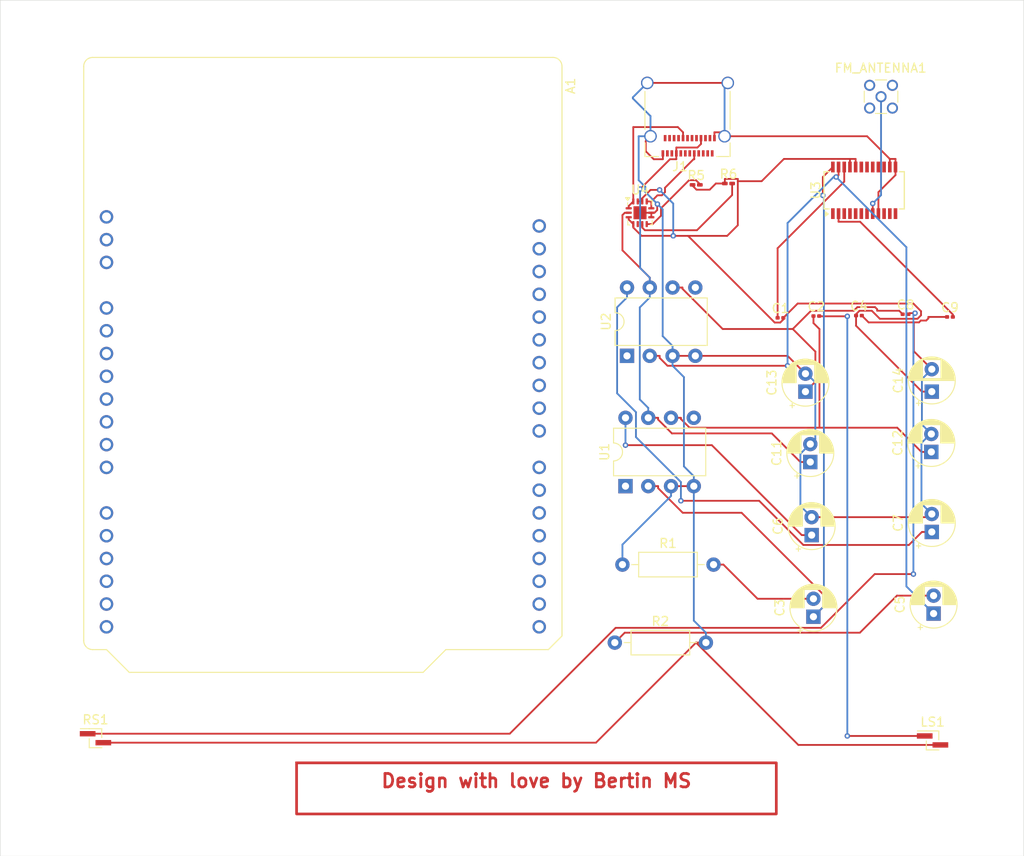
<source format=kicad_pcb>
(kicad_pcb (version 20240108) (generator "pcbnew") (generator_version "8.0")
  (layers (0 "F.Cu" signal) (31 "B.Cu" signal) (34 "B.Paste" user) (35 "F.Paste" user) (36 "B.SilkS" user "B.Silkscreen") (37 "F.SilkS" user "F.Silkscreen") (38 "B.Mask" user) (39 "F.Mask" user) (44 "Edge.Cuts" user))
  (net 0 "")
  (net 1 "Net-(U3-RCLK)")
  (net 2 "Net-(U3-SCLK)")
  (net 3 "Net-(U3-~{RST})")
  (net 4 "GND")
  (net 5 "DOUT")
  (net 6 "Net-(U3-GPO2{slash}[~{INT}])")
  (net 7 "Net-(U3-GPO3{slash}[DCLK])")
  (net 8 "+3.3V")
  (net 9 "INT_N")
  (net 10 "Net-(U3-GPO1)")
  (net 11 "Net-(U3-~{SEN})")
  (net 12 "Net-(U3-SDIO)")
  (net 13 "Net-(C1-+)")
  (net 14 "Net-(C2--)")
  (net 15 "Net-(C2-+)")
  (net 16 "Net-(C3-Pad2)")
  (net 17 "LOUT{slash}24")
  (net 18 "ROUT{slash}23")
  (net 19 "Net-(C5-Pad2)")
  (net 20 "Net-(U1-BYPASS)")
  (net 21 "Net-(U2-BYPASS)")
  (net 22 "Net-(R6--)")
  (net 23 "DFS{slash}2")
  (net 24 "Net-(R5--)")
  (net 25 "+12V")
  (net 26 "Net-(J1-CC2)")
  (net 27 "Net-(J1-CC1)")
  (net 37 "Net-(C8--)")
  (net 38 "Net-(C8-+)")
  (net 39 "Net-(FM_ANTENNA1-A)")
  (footprint "Resistor_SMD:R_0201_0603Metric_Pad0.64x0.40mm_HandSolder" (layer "F.Cu") (at 155.1175 72.99)
    (property "Reference" "R6")
    (property "Value" "5K")
  )
  (footprint "Capacitor_THT:CP_Radial_D5.0mm_P2.00mm" (layer "F.Cu") (at 177.74 102.9258 90)
    (property "Reference" "C12")
    (property "Value" "5uF_50V")
  )
  (footprint "DigiKey_ABX00087:ARDUINO UNO R4 WIFI_ABX00087" (layer "F.Cu") (at 109.88 93.22 -90)
    (property "Reference" "A1")
    (property "Value" "Arduino_Uno_R4_WiFi_Shield")
  )
  (footprint "Capacitor_SMD:C_0201_0603Metric" (layer "F.Cu") (at 160.915 87.97)
    (property "Reference" "C1")
    (property "Value" "22nF")
  )
  (footprint "Capacitor_SMD:C_0201_0603Metric" (layer "F.Cu") (at 169.665 87.72)
    (property "Reference" "C4")
    (property "Value" "100nF")
  )
  (footprint "Package_DIP:DIP-8_W7.62mm" (layer "F.Cu") (at 143.8 92.21 90)
    (property "Reference" "U2")
    (property "Value" "LM380N-8")
  )
  (footprint "Capacitor_THT:CP_Radial_D5.0mm_P2.50mm" (layer "F.Cu") (at 177.79 96.2002 90)
    (property "Reference" "C14")
    (property "Value" "10µ")
  )
  (footprint "Capacitor_THT:CP_Radial_D5.0mm_P2.00mm" (layer "F.Cu") (at 177.99 120.9502 90)
    (property "Reference" "C5")
    (property "Value" "5uF_50V")
  )
  (footprint "Package_DFN_QFN:WQFN-14-1EP_2.5x2.5mm_P0.5mm_EP1.45x1.45mm" (layer "F.Cu") (at 145.25 76.2525)
    (property "Reference" "U4")
    (property "Value" "FUSB302B01MPX")
  )
  (footprint "Capacitor_SMD:C_0201_0603Metric" (layer "F.Cu") (at 164.915 87.77)
    (property "Reference" "C2")
    (property "Value" "500µ")
  )
  (footprint "Connector_Coaxial:MMCX_Molex_73415-1471_Vertical" (layer "F.Cu") (at 172.13 63.31)
    (property "Reference" "FM_ANTENNA1")
    (property "Value" "Antenna")
  )
  (footprint "Package_SO:SSOP-24_3.9x8.7mm_P0.635mm" (layer "F.Cu") (at 170.25 73.75 90)
    (property "Reference" "U3")
    (property "Value" "Si4731-D60-GU")
  )
  (footprint "Connector_USB:USB_C_Receptacle_Amphenol_12401610E4-2A_CircularHoles" (layer "F.Cu") (at 150.55 64.61 180)
    (property "Reference" "J1")
    (property "Value" "USB_C_Receptacle_PowerOnly_6P")
  )
  (footprint "Capacitor_SMD:C_0201_0603Metric" (layer "F.Cu") (at 174.865 87.57)
    (property "Reference" "C8")
    (property "Value" "500µ")
  )
  (footprint "Capacitor_THT:CP_Radial_D5.0mm_P2.00mm" (layer "F.Cu") (at 164.39 112.2002 90)
    (property "Reference" "C6")
    (property "Value" "500uF_50V")
  )
  (footprint "Connector_PinHeader_1.00mm:PinHeader_1x02_P1.00mm_Vertical_SMD_Pin1Left" (layer "F.Cu") (at 84.525 134.85)
    (property "Reference" "RS1")
    (property "Value" "Speaker")
  )
  (footprint "Resistor_THT:R_Axial_DIN0207_L6.3mm_D2.5mm_P10.16mm_Horizontal" (layer "F.Cu") (at 143.29 115.49)
    (property "Reference" "R1")
    (property "Value" "10k")
  )
  (footprint "Resistor_SMD:R_0201_0603Metric_Pad0.64x0.40mm_HandSolder" (layer "F.Cu") (at 151.5175 73.14)
    (property "Reference" "R5")
    (property "Value" "5K")
  )
  (footprint "Package_DIP:DIP-8_W7.62mm" (layer "F.Cu") (at 143.63 106.74 90)
    (property "Reference" "U1")
    (property "Value" "LM380N-8")
  )
  (footprint "Resistor_THT:R_Axial_DIN0207_L6.3mm_D2.5mm_P10.16mm_Horizontal" (layer "F.Cu") (at 142.44 124.19)
    (property "Reference" "R2")
    (property "Value" "10k")
  )
  (footprint "Capacitor_THT:CP_Radial_D5.0mm_P2.00mm" (layer "F.Cu") (at 164.24 104.0502 90)
    (property "Reference" "C11")
    (property "Value" "500uF_50V")
  )
  (footprint "Capacitor_THT:CP_Radial_D5.0mm_P2.00mm" (layer "F.Cu") (at 177.79 111.8502 90)
    (property "Reference" "C7")
    (property "Value" "500uF_50V")
  )
  (footprint "Connector_PinHeader_1.00mm:PinHeader_1x02_P1.00mm_Vertical_SMD_Pin1Left" (layer "F.Cu") (at 177.875 135.1)
    (property "Reference" "LS1")
    (property "Value" "Speaker")
  )
  (footprint "Capacitor_THT:CP_Radial_D5.0mm_P2.00mm" (layer "F.Cu") (at 164.59 121.3002 90)
    (property "Reference" "C3")
    (property "Value" "5uF_50V")
  )
  (footprint "Capacitor_THT:CP_Radial_D5.0mm_P2.00mm" (layer "F.Cu") (at 163.7 96.2 90)
    (property "Reference" "C13")
    (property "Value" "5uF_50V")
  )
  (footprint "Capacitor_SMD:C_0201_0603Metric" (layer "F.Cu") (at 179.815 87.87)
    (property "Reference" "C9")
    (property "Value" "4.5pF")
  )
  (gr_rect (start 73.9 52.55) (end 188.05 148) (stroke (width 0.05)) (fill none) (layer "Edge.Cuts"))
  (gr_text_box "Design with love by Bertin MS\n" (start 106.95 137.6) (end 160.45 143.3) (layer "F.Cu") (effects (font (size 1.5 1.5) (thickness 0.3) (bold yes)) (justify top)) (border yes) (stroke (width 0.3)))
  (segment (start 162.9083 135.6) (end 151.4983 124.19) (width 0.2) (layer "F.Cu") (net 4))
  (segment (start 177.4044 87.87) (end 179.495 87.87) (width 0.2) (layer "F.Cu") (net 4))
  (segment (start 153.55 67.2798) (end 153.55 67.2783) (width 0.2) (layer "F.Cu") (net 4))
  (segment (start 173.7425 71.15) (end 173.7425 72.0517) (width 0.2) (layer "F.Cu") (net 4))
  (segment (start 140.3383 135.35) (end 151.4983 124.19) (width 0.2) (layer "F.Cu") (net 4))
  (segment (start 173.1075 70.2498) (end 173.1075 70.2483) (width 0.2) (layer "F.Cu") (net 4))
  (segment (start 145.25 76.2525) (end 146.5125 76.2525) (width 0.2) (layer "F.Cu") (net 4))
  (segment (start 148.88 92.21) (end 151.42 92.21) (width 0.2) (layer "F.Cu") (net 4))
  (segment (start 153.55 67.3791) (end 153.55 67.2798) (width 0.2) (layer "F.Cu") (net 4))
  (segment (start 170.7436 88.4786) (end 175.7922 88.4786) (width 0.2) (layer "F.Cu") (net 4))
  (segment (start 176.3626 88.4762) (end 176.5671 88.2717) (width 0.2) (layer "F.Cu") (net 4))
  (segment (start 145.8888 69.3908) (end 145.8888 68.2512) (width 0.2) (layer "F.Cu") (net 4))
  (segment (start 176.5671 88.2717) (end 177.169 88.2717) (width 0.2) (layer "F.Cu") (net 4))
  (segment (start 171.8375 73.9567) (end 171.8375 76.35) (width 0.2) (layer "F.Cu") (net 4))
  (segment (start 146.5125 76.2525) (end 146.8655 76.2525) (width 0.2) (layer "F.Cu") (net 4))
  (segment (start 173.7425 72.0517) (end 171.8375 73.9567) (width 0.2) (layer "F.Cu") (net 4))
  (segment (start 173.1075 70.2483) (end 173.7425 70.2483) (width 0.2) (layer "F.Cu") (net 4))
  (segment (start 178.75 135.6) (end 162.9083 135.6) (width 0.2) (layer "F.Cu") (net 4))
  (segment (start 151.42 92.21) (end 161.71 92.21) (width 0.2) (layer "F.Cu") (net 4))
  (segment (start 146.06 61.77) (end 155.04 61.77) (width 0.2) (layer "F.Cu") (net 4))
  (segment (start 175.7922 88.4786) (end 175.7946 88.4762) (width 0.2) (layer "F.Cu") (net 4))
  (segment (start 147.1696 75.3085) (end 147.1933 75.2848) (width 0.2) (layer "F.Cu") (net 4))
  (segment (start 173.1075 70.2498) (end 170.5777 67.72) (width 0.2) (layer "F.Cu") (net 4))
  (segment (start 153.55 67.93) (end 153.55 67.3791) (width 0.2) (layer "F.Cu") (net 4))
  (segment (start 147.1696 75.9484) (end 147.1696 75.3085) (width 0.2) (layer "F.Cu") (net 4))
  (segment (start 175.7922 88.4786) (end 175.7922 91.7024) (width 0.2) (layer "F.Cu") (net 4))
  (segment (start 85.4 135.35) (end 140.3383 135.35) (width 0.2) (layer "F.Cu") (net 4))
  (segment (start 177.169 88.2717) (end 177.4044 88.0363) (width 0.2) (layer "F.Cu") (net 4))
  (segment (start 146.5125 76.2525) (end 146.5125 76.7525) (width 0.2) (layer "F.Cu") (net 4))
  (segment (start 177.44 110.2002) (end 177.79 109.8502) (width 0.2) (layer "F.Cu") (net 4))
  (segment (start 175.7946 88.4762) (end 176.3626 88.4762) (width 0.2) (layer "F.Cu") (net 4))
  (segment (start 152.6 124.19) (end 151.4983 124.19) (width 0.2) (layer "F.Cu") (net 4))
  (segment (start 147.8 70.2817) (end 146.7797 70.2817) (width 0.2) (layer "F.Cu") (net 4))
  (segment (start 169.985 87.72) (end 170.7436 88.4786) (width 0.2) (layer "F.Cu") (net 4))
  (segment (start 145.8888 68.2512) (end 146.42 67.72) (width 0.2) (layer "F.Cu") (net 4))
  (segment (start 173.1075 71.15) (end 173.1075 70.3491) (width 0.2) (layer "F.Cu") (net 4))
  (segment (start 146.8655 76.2525) (end 147.1696 75.9484) (width 0.2) (layer "F.Cu") (net 4))
  (segment (start 170.5777 67.72) (end 154.68 67.72) (width 0.2) (layer "F.Cu") (net 4))
  (segment (start 164.39 110.2002) (end 177.44 110.2002) (width 0.2) (layer "F.Cu") (net 4))
  (segment (start 173.1075 70.3491) (end 173.1075 70.2498) (width 0.2) (layer "F.Cu") (net 4))
  (segment (start 146.7797 70.2817) (end 145.8888 69.3908) (width 0.2) (layer "F.Cu") (net 4))
  (segment (start 175.7922 91.7024) (end 177.79 93.7002) (width 0.2) (layer "F.Cu") (net 4))
  (segment (start 153.55 67.2783) (end 154.2383 67.2783) (width 0.2) (layer "F.Cu") (net 4))
  (segment (start 177.4044 88.0363) (end 177.4044 87.87) (width 0.2) (layer "F.Cu") (net 4))
  (segment (start 161.71 92.21) (end 163.7 94.2) (width 0.2) (layer "F.Cu") (net 4))
  (segment (start 151.25 106.74) (end 148.71 106.74) (width 0.2) (layer "F.Cu") (net 4))
  (segment (start 147.8 69.63) (end 147.8 70.2817) (width 0.2) (layer "F.Cu") (net 4))
  (segment (start 173.7425 70.6991) (end 173.7425 70.2483) (width 0.2) (layer "F.Cu") (net 4))
  (segment (start 173.7425 70.6991) (end 173.7425 71.15) (width 0.2) (layer "F.Cu") (net 4))
  (segment (start 154.2383 67.2783) (end 154.68 67.72) (width 0.2) (layer "F.Cu") (net 4))
  (via (at 147.1933 75.2848) (size 0.6) (drill 0.3) (layers "F.Cu" "B.Cu") (net 4))
  (segment (start 151.25 121.7383) (end 151.25 106.74) (width 0.2) (layer "B.Cu") (net 4))
  (segment (start 147.1933 75.2848) (end 145.800322 73.891822) (width 0.2) (layer "B.Cu") (net 4))
  (segment (start 145.800322 73.891822) (end 145.8436 73.848544) (width 0.2) (layer "B.Cu") (net 4))
  (segment (start 163.1383 103.1252) (end 163.1383 108.9485) (width 0.2) (layer "B.Cu") (net 4))
  (segment (start 155.04 61.77) (end 154.68 62.13) (width 0.2) (layer "B.Cu") (net 4))
  (segment (start 151.25 106.74) (end 151.25 105.6383) (width 0.2) (layer "B.Cu") (net 4))
  (segment (start 177.79 109.8502) (end 176.6383 108.6985) (width 0.2) (layer "B.Cu") (net 4))
  (segment (start 164.2133 102.0502) (end 163.1383 103.1252) (width 0.2) (layer "B.Cu") (net 4))
  (segment (start 176.6383 101.9212) (end 177.6869 100.8726) (width 0.2) (layer "B.Cu") (net 4))
  (segment (start 151.25 105.6383) (end 150.1483 104.5366) (width 0.2) (layer "B.Cu") (net 4))
  (segment (start 147.7783 90.0066) (end 147.7783 75.8698) (width 0.2) (layer "B.Cu") (net 4))
  (segment (start 147.7783 75.8698) (end 147.1933 75.2848) (width 0.2) (layer "B.Cu") (net 4))
  (segment (start 146.42 67.72) (end 146.42 65.47) (width 0.2) (layer "B.Cu") (net 4))
  (segment (start 150.1483 94.58) (end 148.88 93.3117) (width 0.2) (layer "B.Cu") (net 4))
  (segment (start 164.8017 95.1642) (end 164.8017 101.4885) (width 0.2) (layer "B.Cu") (net 4))
  (segment (start 144.45 63.5) (end 144.45 63.38) (width 0.2) (layer "B.Cu") (net 4))
  (segment (start 145.8436 73.368056) (end 145.1 72.624456) (width 0.2) (layer "B.Cu") (net 4))
  (segment (start 145.1 72.624456) (end 145.1 67.72) (width 0.2) (layer "B.Cu") (net 4))
  (segment (start 154.68 62.13) (end 154.68 67.72) (width 0.2) (layer "B.Cu") (net 4))
  (segment (start 143.29 115.49) (end 143.29 113.2617) (width 0.2) (layer "B.Cu") (net 4))
  (segment (start 145.8436 73.848544) (end 145.8436 73.368056) (width 0.2) (layer "B.Cu") (net 4))
  (segment (start 163.7 94.2) (end 163.8375 94.2) (width 0.2) (layer "B.Cu") (net 4))
  (segment (start 163.1383 108.9485) (end 164.39 110.2002) (width 0.2) (layer "B.Cu") (net 4))
  (segment (start 164.24 102.0502) (end 164.2133 102.0502) (width 0.2) (layer "B.Cu") (net 4))
  (segment (start 177.79 93.7002) (end 176.6883 94.8019) (width 0.2) (layer "B.Cu") (net 4))
  (segment (start 164.8017 101.4885) (end 164.24 102.0502) (width 0.2) (layer "B.Cu") (net 4))
  (segment (start 176.6383 108.6985) (end 176.6383 101.9212) (width 0.2) (layer "B.Cu") (net 4))
  (segment (start 145.1 67.72) (end 146.42 67.72) (width 0.2) (layer "B.Cu") (net 4))
  (segment (start 150.1483 104.5366) (end 150.1483 94.58) (width 0.2) (layer "B.Cu") (net 4))
  (segment (start 152.6 124.19) (end 152.6 123.0883) (width 0.2) (layer "B.Cu") (net 4))
  (segment (start 152.6 123.0883) (end 151.25 121.7383) (width 0.2) (layer "B.Cu") (net 4))
  (segment (start 148.88 91.1083) (end 147.7783 90.0066) (width 0.2) (layer "B.Cu") (net 4))
  (segment (start 148.88 92.7608) (end 148.88 93.3117) (width 0.2) (layer "B.Cu") (net 4))
  (segment (start 177.6869 100.8726) (end 177.74 100.9258) (width 0.2) (layer "B.Cu") (net 4))
  (segment (start 176.6883 94.8019) (end 176.6883 99.8741) (width 0.2) (layer "B.Cu") (net 4))
  (segment (start 148.71 106.74) (end 148.71 107.8417) (width 0.2) (layer "B.Cu") (net 4))
  (segment (start 143.29 113.2617) (end 148.71 107.8417) (width 0.2) (layer "B.Cu") (net 4))
  (segment (start 148.88 92.7608) (end 148.88 92.21) (width 0.2) (layer "B.Cu") (net 4))
  (segment (start 163.8375 94.2) (end 164.8017 95.1642) (width 0.2) (layer "B.Cu") (net 4))
  (segment (start 144.45 63.38) (end 146.06 61.77) (width 0.2) (layer "B.Cu") (net 4))
  (segment (start 148.88 92.21) (end 148.88 91.1083) (width 0.2) (layer "B.Cu") (net 4))
  (segment (start 176.6883 99.8741) (end 177.6869 100.8726) (width 0.2) (layer "B.Cu") (net 4))
  (segment (start 146.42 65.47) (end 144.45 63.5) (width 0.2) (layer "B.Cu") (net 4))
  (segment (start 169.7262 87.1801) (end 169.345 87.5613) (width 0.2) (layer "F.Cu") (net 8))
  (segment (start 169.345 87.5613) (end 169.345 87.72) (width 0.2) (layer "F.Cu") (net 8))
  (segment (start 144.5 77.515) (end 143.9875 77.0025) (width 0.2) (layer "F.Cu") (net 8))
  (segment (start 168.6625 70.2498) (end 168.6625 70.2483) (width 0.2) (layer "F.Cu") (net 8))
  (segment (start 143.9875 77.0025) (end 143.9875 76.7525) (width 0.2) (layer "F.Cu") (net 8))
  (segment (start 161.3017 70.2483) (end 158.8181 72.7319) (width 0.2) (layer "F.Cu") (net 8))
  (segment (start 176.6883 96.2002) (end 169.345 88.8569) (width 0.2) (layer "F.Cu") (net 8))
  (segment (start 153.71 72.99) (end 153.0192 73.6808) (width 0.2) (layer "F.Cu") (net 8))
  (segment (start 154.9715 78.8285) (end 150.6035 78.8285) (width 0.2) (layer "F.Cu") (net 8))
  (segment (start 168.6625 70.3491) (end 168.6625 70.2498) (width 0.2) (layer "F.Cu") (net 8))
  (segment (start 161.235 87.97) (end 162.8283 86.3767) (width 0.2) (layer "F.Cu") (net 8))
  (segment (start 151.11 73.2366) (end 151.11 73.14) (width 0.2) (layer "F.Cu") (net 8))
  (segment (start 177.79 96.2002) (end 176.6883 96.2002) (width 0.2) (layer "F.Cu") (net 8))
  (segment (start 161.235 88.1492) (end 160.8897 88.4945) (width 0.2) (layer "F.Cu") (net 8))
  (segment (start 145.2839 74.99) (end 145.5 74.99) (width 0.2) (layer "F.Cu") (net 8))
  (segment (start 176.1963 88.0745) (end 171.993 88.0745) (width 0.2) (layer "F.Cu") (net 8))
  (segment (start 148.9565 78.8255) (end 145.4262 78.8255) (width 0.2) (layer "F.Cu") (net 8))
  (segment (start 160.8897 88.4945) (end 160.2695 88.4945) (width 0.2) (layer "F.Cu") (net 8))
  (segment (start 145 74.99) (end 145.2839 74.99) (width 0.2) (layer "F.Cu") (net 8))
  (segment (start 151.5542 73.6808) (end 151.11 73.2366) (width 0.2) (layer "F.Cu") (net 8))
  (segment (start 168.6625 71.15) (end 168.6625 70.3491) (width 0.2) (layer "F.Cu") (net 8))
  (segment (start 169.2975 71.15) (end 169.2975 70.2483) (width 0.2) (layer "F.Cu") (net 8))
  (segment (start 156.1555 72.7319) (end 156.1555 77.6445) (width 0.2) (layer "F.Cu") (net 8))
  (segment (start 153.0192 73.6808) (end 151.5542 73.6808) (width 0.2) (layer "F.Cu") (net 8))
  (segment (start 169.345 88.8569) (end 169.345 87.72) (width 0.2) (layer "F.Cu") (net 8))
  (segment (start 146.4221 73.7048) (end 147.4348 73.7048) (width 0.2) (layer "F.Cu") (net 8))
  (segment (start 145.4262 78.8255) (end 144.5 77.8993) (width 0.2) (layer "F.Cu") (net 8))
  (segment (start 158.8181 72.7319) (end 156.1555 72.7319) (width 0.2) (layer "F.Cu") (net 8))
  (segment (start 154.71 72.99) (end 154.71 72.4754) (width 0.2) (layer "F.Cu") (net 8))
  (segment (start 162.8283 86.3767) (end 175.7346 86.3767) (width 0.2) (layer "F.Cu") (net 8))
  (segment (start 176.5891 87.2312) (end 176.5891 87.6817) (width 0.2) (layer "F.Cu") (net 8))
  (segment (start 168.6625 70.2483) (end 169.2975 70.2483) (width 0.2) (layer "F.Cu") (net 8))
  (segment (start 154.71 72.4754) (end 156.1555 72.4754) (width 0.2) (layer "F.Cu") (net 8))
  (segment (start 150.6035 78.8285) (end 148.9595 78.8285) (width 0.2) (layer "F.Cu") (net 8))
  (segment (start 145.2839 74.843) (end 146.4221 73.7048) (width 0.2) (layer "F.Cu") (net 8))
  (segment (start 171.993 88.0745) (end 171.0986 87.1801) (width 0.2) (layer "F.Cu") (net 8))
  (segment (start 148.9595 78.8285) (end 148.9565 78.8255) (width 0.2) (layer "F.Cu") (net 8))
  (segment (start 156.1555 77.6445) (end 154.9715 78.8285) (width 0.2) (layer "F.Cu") (net 8))
  (segment (start 160.2695 88.4945) (end 150.6035 78.8285) (width 0.2) (layer "F.Cu") (net 8))
  (segment (start 175.7346 86.3767) (end 176.5891 87.2312) (width 0.2) (layer "F.Cu") (net 8))
  (segment (start 161.235 87.97) (end 161.235 88.1492) (width 0.2) (layer "F.Cu") (net 8))
  (segment (start 144.5 77.8993) (end 144.5 77.515) (width 0.2) (layer "F.Cu") (net 8))
  (segment (start 154.71 72.99) (end 153.71 72.99) (width 0.2) (layer "F.Cu") (net 8))
  (segment (start 171.0986 87.1801) (end 169.7262 87.1801) (width 0.2) (layer "F.Cu") (net 8))
  (segment (start 145.2839 74.99) (end 145.2839 74.843) (width 0.2) (layer "F.Cu") (net 8))
  (segment (start 176.5891 87.6817) (end 176.1963 88.0745) (width 0.2) (layer "F.Cu") (net 8))
  (segment (start 156.1555 72.4754) (end 156.1555 72.7319) (width 0.2) (layer "F.Cu") (net 8))
  (segment (start 168.6625 70.2483) (end 161.3017 70.2483) (width 0.2) (layer "F.Cu") (net 8))
  (via (at 148.9565 78.8255) (size 0.6) (drill 0.3) (layers "F.Cu" "B.Cu") (net 8))
  (via (at 147.4348 73.7048) (size 0.6) (drill 0.3) (layers "F.Cu" "B.Cu") (net 8))
  (segment (start 147.4348 73.7048) (end 148.9565 75.2265) (width 0.2) (layer "B.Cu") (net 8))
  (segment (start 148.9565 75.2265) (end 148.9565 78.8255) (width 0.2) (layer "B.Cu") (net 8))
  (segment (start 160.595 80.2115) (end 168.0275 72.779) (width 0.2) (layer "F.Cu") (net 13))
  (segment (start 168.0275 72.779) (end 168.0275 71.15) (width 0.2) (layer "F.Cu") (net 13))
  (segment (start 160.595 87.97) (end 160.595 80.2115) (width 0.2) (layer "F.Cu") (net 13))
  (segment (start 165.235 87.77) (end 165.264 87.799) (width 0.2) (layer "F.Cu") (net 14))
  (segment (start 165.264 87.799) (end 168.3709 87.799) (width 0.2) (layer "F.Cu") (net 14))
  (segment (start 177 134.6) (end 168.3709 134.6) (width 0.2) (layer "F.Cu") (net 14))
  (via (at 168.3709 134.6) (size 0.6) (drill 0.3) (layers "F.Cu" "B.Cu") (net 14))
  (via (at 168.3709 87.799) (size 0.6) (drill 0.3) (layers "F.Cu" "B.Cu") (net 14))
  (segment (start 168.3709 134.6) (end 168.3709 87.799) (width 0.2) (layer "B.Cu") (net 14))
  (segment (start 165.264 89.2253) (end 165.264 100.2217) (width 0.2) (layer "F.Cu") (net 15))
  (segment (start 173.9342 100.2217) (end 176.6383 102.9258) (width 0.2) (layer "F.Cu") (net 15))
  (segment (start 165.264 100.2217) (end 173.9342 100.2217) (width 0.2) (layer "F.Cu") (net 15))
  (segment (start 148.71 99.12) (end 149.8117 99.12) (width 0.2) (layer "F.Cu") (net 15))
  (segment (start 177.74 102.9258) (end 176.6383 102.9258) (width 0.2) (layer "F.Cu") (net 15))
  (segment (start 149.8117 99.2578) (end 150.7756 100.2217) (width 0.2) (layer "F.Cu") (net 15))
  (segment (start 150.7756 100.2217) (end 165.264 100.2217) (width 0.2) (layer "F.Cu") (net 15))
  (segment (start 164.595 87.77) (end 164.595 88.5563) (width 0.2) (layer "F.Cu") (net 15))
  (segment (start 149.8117 99.12) (end 149.8117 99.2578) (width 0.2) (layer "F.Cu") (net 15))
  (segment (start 164.595 88.5563) (end 165.264 89.2253) (width 0.2) (layer "F.Cu") (net 15))
  (segment (start 154.5517 115.49) (end 158.3619 119.3002) (width 0.2) (layer "F.Cu") (net 16))
  (segment (start 158.3619 119.3002) (end 164.59 119.3002) (width 0.2) (layer "F.Cu") (net 16))
  (segment (start 153.45 115.49) (end 154.5517 115.49) (width 0.2) (layer "F.Cu") (net 16))
  (segment (start 166.7575 71.15) (end 165.6391 72.2684) (width 0.2) (layer "F.Cu") (net 17))
  (segment (start 146.17 106.74) (end 147.2717 106.74) (width 0.2) (layer "F.Cu") (net 17))
  (segment (start 156.5816 109.7089) (end 165.717 118.8443) (width 0.2) (layer "F.Cu") (net 17))
  (segment (start 165.717 120.1732) (end 164.59 121.3002) (width 0.2) (layer "F.Cu") (net 17))
  (segment (start 165.717 118.8443) (end 165.717 120.1732) (width 0.2) (layer "F.Cu") (net 17))
  (segment (start 150.0122 109.7089) (end 156.5816 109.7089) (width 0.2) (layer "F.Cu") (net 17))
  (segment (start 147.2717 106.74) (end 147.2717 106.9684) (width 0.2) (layer "F.Cu") (net 17))
  (segment (start 165.6391 72.2684) (end 165.6391 74.3165) (width 0.2) (layer "F.Cu") (net 17))
  (segment (start 147.2717 106.9684) (end 150.0122 109.7089) (width 0.2) (layer "F.Cu") (net 17))
  (via (at 165.6391 74.3165) (size 0.6) (drill 0.3) (layers "F.Cu" "B.Cu") (net 17))
  (segment (start 165.7551 120.1351) (end 164.59 121.3002) (width 0.2) (layer "B.Cu") (net 17))
  (segment (start 165.7551 74.4325) (end 165.7551 120.1351) (width 0.2) (layer "B.Cu") (net 17))
  (segment (start 165.6391 74.3165) (end 165.7551 74.4325) (width 0.2) (layer "B.Cu") (net 17))
  (segment (start 146.34 92.21) (end 147.4417 92.21) (width 0.2) (layer "F.Cu") (net 18))
  (segment (start 167.1245 72.2636) (end 167.3364 72.0517) (width 0.2) (layer "F.Cu") (net 18))
  (segment (start 148.3183 93.3149) (end 147.4417 92.4383) (width 0.2) (layer "F.Cu") (net 18))
  (segment (start 167.3364 72.0517) (end 167.3925 72.0517) (width 0.2) (layer "F.Cu") (net 18))
  (segment (start 167.3925 71.15) (end 167.3925 72.0517) (width 0.2) (layer "F.Cu") (net 18))
  (segment (start 161.704 93.3149) (end 148.3183 93.3149) (width 0.2) (layer "F.Cu") (net 18))
  (segment (start 147.4417 92.4383) (end 147.4417 92.21) (width 0.2) (layer "F.Cu") (net 18))
  (via (at 167.1245 72.2636) (size 0.6) (drill 0.3) (layers "F.Cu" "B.Cu") (net 18))
  (via (at 161.704 93.3149) (size 0.6) (drill 0.3) (layers "F.Cu" "B.Cu") (net 18))
  (segment (start 161.704 77.4008) (end 161.704 93.3149) (width 0.2) (layer "B.Cu") (net 18))
  (segment (start 174.9575 80.0966) (end 174.9575 117.9177) (width 0.2) (layer "B.Cu") (net 18))
  (segment (start 167.1245 72.2636) (end 174.9575 80.0966) (width 0.2) (layer "B.Cu") (net 18))
  (segment (start 174.9575 117.9177) (end 177.99 120.9502) (width 0.2) (layer "B.Cu") (net 18))
  (segment (start 166.8412 72.2636) (end 161.704 77.4008) (width 0.2) (layer "B.Cu") (net 18))
  (segment (start 167.1245 72.2636) (end 166.8412 72.2636) (width 0.2) (layer "B.Cu") (net 18))
  (segment (start 143.5448 123.0852) (end 169.7714 123.0852) (width 0.2) (layer "F.Cu") (net 19))
  (segment (start 173.9064 118.9502) (end 177.99 118.9502) (width 0.2) (layer "F.Cu") (net 19))
  (segment (start 142.44 124.19) (end 143.5448 123.0852) (width 0.2) (layer "F.Cu") (net 19))
  (segment (start 169.7714 123.0852) (end 173.9064 118.9502) (width 0.2) (layer "F.Cu") (net 19))
  (segment (start 164.39 112.2002) (end 163.2883 112.2002) (width 0.2) (layer "F.Cu") (net 20))
  (segment (start 143.63 102.1706) (end 153.2587 102.1706) (width 0.2) (layer "F.Cu") (net 20))
  (segment (start 153.2587 102.1706) (end 163.2883 112.2002) (width 0.2) (layer "F.Cu") (net 20))
  (via (at 143.63 102.1706) (size 0.6) (drill 0.3) (layers "F.Cu" "B.Cu") (net 20))
  (segment (start 143.63 99.12) (end 143.63 102.1706) (width 0.2) (layer "B.Cu") (net 20))
  (segment (start 176.6883 111.8502) (end 175.2366 113.3019) (width 0.2) (layer "F.Cu") (net 21))
  (segment (start 163.465 113.3019) (end 158.5367 108.3736) (width 0.2) (layer "F.Cu") (net 21))
  (segment (start 175.2366 113.3019) (end 163.465 113.3019) (width 0.2) (layer "F.Cu") (net 21))
  (segment (start 177.79 111.8502) (end 176.6883 111.8502) (width 0.2) (layer "F.Cu") (net 21))
  (segment (start 158.5367 108.3736) (end 149.8117 108.3736) (width 0.2) (layer "F.Cu") (net 21))
  (via (at 149.8117 108.3736) (size 0.6) (drill 0.3) (layers "F.Cu" "B.Cu") (net 21))
  (segment (start 142.6983 96.3883) (end 144.7979 98.4879) (width 0.2) (layer "B.Cu") (net 21))
  (segment (start 144.7979 101.2698) (end 149.8117 106.2836) (width 0.2) (layer "B.Cu") (net 21))
  (segment (start 143.8 84.59) (end 143.8 85.6917) (width 0.2) (layer "B.Cu") (net 21))
  (segment (start 143.8 85.6917) (end 142.6983 86.7934) (width 0.2) (layer "B.Cu") (net 21))
  (segment (start 142.6983 86.7934) (end 142.6983 96.3883) (width 0.2) (layer "B.Cu") (net 21))
  (segment (start 144.7979 98.4879) (end 144.7979 101.2698) (width 0.2) (layer "B.Cu") (net 21))
  (segment (start 149.8117 106.2836) (end 149.8117 108.3736) (width 0.2) (layer "B.Cu") (net 21))
  (segment (start 151.5997 78.2003) (end 145.7928 78.2003) (width 0.2) (layer "F.Cu") (net 22))
  (segment (start 155.525 72.99) (end 155.525 74.275) (width 0.2) (layer "F.Cu") (net 22))
  (segment (start 145.7928 78.2003) (end 145.5 77.9075) (width 0.2) (layer "F.Cu") (net 22))
  (segment (start 155.525 74.275) (end 151.5997 78.2003) (width 0.2) (layer "F.Cu") (net 22))
  (segment (start 145.5 77.9075) (end 145.5 77.515) (width 0.2) (layer "F.Cu") (net 22))
  (segment (start 167.3925 77.2517) (end 169.7915 77.2517) (width 0.2) (layer "F.Cu") (net 23))
  (segment (start 180.135 87.5952) (end 180.135 87.87) (width 0.2) (layer "F.Cu") (net 23))
  (segment (start 167.3925 76.35) (end 167.3925 77.2517) (width 0.2) (layer "F.Cu") (net 23))
  (segment (start 169.7915 77.2517) (end 180.135 87.5952) (width 0.2) (layer "F.Cu") (net 23))
  (segment (start 151.925 73.0526) (end 151.925 73.14) (width 0.2) (layer "F.Cu") (net 24))
  (segment (start 147.5898 75.7511) (end 150.718 72.6229) (width 0.2) (layer "F.Cu") (net 24))
  (segment (start 147.5898 76.5832) (end 147.5898 75.7511) (width 0.2) (layer "F.Cu") (net 24))
  (segment (start 146.658 77.515) (end 147.5898 76.5832) (width 0.2) (layer "F.Cu") (net 24))
  (segment (start 151.4953 72.6229) (end 151.925 73.0526) (width 0.2) (layer "F.Cu") (net 24))
  (segment (start 150.718 72.6229) (end 151.4953 72.6229) (width 0.2) (layer "F.Cu") (net 24))
  (segment (start 146 77.515) (end 146.658 77.515) (width 0.2) (layer "F.Cu") (net 24))
  (segment (start 159.9473 100.8592) (end 148.8116 100.8592) (width 0.2) (layer "F.Cu") (net 25))
  (segment (start 149.3 68.9783) (end 151.6534 68.9783) (width 0.2) (layer "F.Cu") (net 25))
  (segment (start 164.24 104.0502) (end 163.1383 104.0502) (width 0.2) (layer "F.Cu") (net 25))
  (segment (start 163.1383 104.0502) (end 159.9473 100.8592) (width 0.2) (layer "F.Cu") (net 25))
  (segment (start 143.2905 76.5138) (end 143.5518 76.2525) (width 0.2) (layer "F.Cu") (net 25))
  (segment (start 149.3 69.3041) (end 149.3 68.9783) (width 0.2) (layer "F.Cu") (net 25))
  (segment (start 152.05 67.93) (end 152.05 68.5817) (width 0.2) (layer "F.Cu") (net 25))
  (segment (start 143.2905 80.4388) (end 143.2905 76.5138) (width 0.2) (layer "F.Cu") (net 25))
  (segment (start 143.5518 76.2525) (end 143.9875 76.2525) (width 0.2) (layer "F.Cu") (net 25))
  (segment (start 149.3 70.2817) (end 148.5902 70.2817) (width 0.2) (layer "F.Cu") (net 25))
  (segment (start 147.2717 99.3193) (end 147.2717 99.12) (width 0.2) (layer "F.Cu") (net 25))
  (segment (start 148.8116 100.8592) (end 147.2717 99.3193) (width 0.2) (layer "F.Cu") (net 25))
  (segment (start 148.5902 70.2817) (end 145.2636 73.6083) (width 0.2) (layer "F.Cu") (net 25))
  (segment (start 146.17 99.12) (end 147.2717 99.12) (width 0.2) (layer "F.Cu") (net 25))
  (segment (start 151.6534 68.9783) (end 152.05 68.5817) (width 0.2) (layer "F.Cu") (net 25))
  (segment (start 149.3 69.63) (end 149.3 70.2817) (width 0.2) (layer "F.Cu") (net 25))
  (segment (start 146.34 84.59) (end 146.34 83.4883) (width 0.2) (layer "F.Cu") (net 25))
  (segment (start 149.3 69.3041) (end 149.3 69.63) (width 0.2) (layer "F.Cu") (net 25))
  (segment (start 146.34 83.4883) (end 143.2905 80.4388) (width 0.2) (layer "F.Cu") (net 25))
  (via (at 145.2636 73.6083) (size 0.6) (drill 0.3) (layers "F.Cu" "B.Cu") (net 25))
  (segment (start 145.225 86.8067) (end 146.34 85.6917) (width 0.2) (layer "B.Cu") (net 25))
  (segment (start 146.17 99.12) (end 146.17 98.0183) (width 0.2) (layer "B.Cu") (net 25))
  (segment (start 146.34 84.59) (end 146.34 85.6917) (width 0.2) (layer "B.Cu") (net 25))
  (segment (start 146.17 98.0183) (end 145.225 97.0733) (width 0.2) (layer "B.Cu") (net 25))
  (segment (start 146.34 83.4883) (end 145.2636 82.4119) (width 0.2) (layer "B.Cu") (net 25))
  (segment (start 145.225 97.0733) (end 145.225 86.8067) (width 0.2) (layer "B.Cu") (net 25))
  (segment (start 145.2636 82.4119) (end 145.2636 73.6083) (width 0.2) (layer "B.Cu") (net 25))
  (segment (start 146.34 84.59) (end 146.34 83.4883) (width 0.2) (layer "B.Cu") (net 25))
  (segment (start 149.4691 66.6974) (end 144.5 66.6974) (width 0.2) (layer "F.Cu") (net 26))
  (segment (start 144.5 66.6974) (end 144.5 74.99) (width 0.2) (layer "F.Cu") (net 26))
  (segment (start 144.5 74.99) (end 143.9875 75.5025) (width 0.2) (layer "F.Cu") (net 26))
  (segment (start 150.05 67.93) (end 150.05 67.2783) (width 0.2) (layer "F.Cu") (net 26))
  (segment (start 143.9875 75.5025) (end 143.9875 75.7525) (width 0.2) (layer "F.Cu") (net 26))
  (segment (start 150.05 67.2783) (end 149.4691 66.6974) (width 0.2) (layer "F.Cu") (net 26))
  (segment (start 151.2208 70.2817) (end 151.3 70.2817) (width 0.2) (layer "F.Cu") (net 27))
  (segment (start 146.5125 74.99) (end 147.196 74.3065) (width 0.2) (layer "F.Cu") (net 27))
  (segment (start 148.0365 73.466) (end 151.2208 70.2817) (width 0.2) (layer "F.Cu") (net 27))
  (segment (start 147.684 74.3065) (end 148.0365 73.954) (width 0.2) (layer "F.Cu") (net 27))
  (segment (start 146.5125 74.99) (end 146.5125 75.7525) (width 0.2) (layer "F.Cu") (net 27))
  (segment (start 146.5125 74.99) (end 146 74.99) (width 0.2) (layer "F.Cu") (net 27))
  (segment (start 151.3 69.63) (end 151.3 70.2817) (width 0.2) (layer "F.Cu") (net 27))
  (segment (start 148.0365 73.954) (end 148.0365 73.466) (width 0.2) (layer "F.Cu") (net 27))
  (segment (start 147.196 74.3065) (end 147.684 74.3065) (width 0.2) (layer "F.Cu") (net 27))
  (segment (start 130.722 134.35) (end 142.5298 122.5422) (width 0.2) (layer "F.Cu") (net 37))
  (segment (start 171.4253 116.5481) (end 175.7405 116.5481) (width 0.2) (layer "F.Cu") (net 37))
  (segment (start 142.5298 122.5422) (end 165.4312 122.5422) (width 0.2) (layer "F.Cu") (net 37))
  (segment (start 175.9195 87.4491) (end 175.3059 87.4491) (width 0.2) (layer "F.Cu") (net 37))
  (segment (start 165.4312 122.5422) (end 171.4253 116.5481) (width 0.2) (layer "F.Cu") (net 37))
  (segment (start 83.65 134.35) (end 130.722 134.35) (width 0.2) (layer "F.Cu") (net 37))
  (segment (start 175.3059 87.4491) (end 175.185 87.57) (width 0.2) (layer "F.Cu") (net 37))
  (via (at 175.9195 87.4491) (size 0.6) (drill 0.3) (layers "F.Cu" "B.Cu") (net 37))
  (via (at 175.7405 116.5481) (size 0.6) (drill 0.3) (layers "F.Cu" "B.Cu") (net 37))
  (segment (start 175.7405 87.6281) (end 175.9195 87.4491) (width 0.2) (layer "B.Cu") (net 37))
  (segment (start 175.7405 116.5481) (end 175.7405 87.6281) (width 0.2) (layer "B.Cu") (net 37))
  (segment (start 162.2881 89.216) (end 164.8078 91.7357) (width 0.2) (layer "F.Cu") (net 38))
  (segment (start 162.2881 89.216) (end 154.4699 89.216) (width 0.2) (layer "F.Cu") (net 38))
  (segment (start 164.8078 91.7357) (end 164.8078 95.0922) (width 0.2) (layer "F.Cu") (net 38))
  (segment (start 171.4648 86.7784) (end 169.4881 86.7784) (width 0.2) (layer "F.Cu") (net 38))
  (segment (start 164.8078 95.0922) (end 163.7 96.2) (width 0.2) (layer "F.Cu") (net 38))
  (segment (start 174.545 87.57) (end 174.1551 87.1801) (width 0.2) (layer "F.Cu") (net 38))
  (segment (start 149.9817 84.7278) (end 149.9817 84.59) (width 0.2) (layer "F.Cu") (net 38))
  (segment (start 148.88 84.59) (end 149.9817 84.59) (width 0.2) (layer "F.Cu") (net 38))
  (segment (start 171.7002 87.0138) (end 171.4648 86.7784) (width 0.2) (layer "F.Cu") (net 38))
  (segment (start 169.0849 87.1816) (end 164.3225 87.1816) (width 0.2) (layer "F.Cu") (net 38))
  (segment (start 171.7002 87.1801) (end 171.7002 87.0138) (width 0.2) (layer "F.Cu") (net 38))
  (segment (start 164.3225 87.1816) (end 162.2881 89.216) (width 0.2) (layer "F.Cu") (net 38))
  (segment (start 154.4699 89.216) (end 149.9817 84.7278) (width 0.2) (layer "F.Cu") (net 38))
  (segment (start 169.4881 86.7784) (end 169.0849 87.1816) (width 0.2) (layer "F.Cu") (net 38))
  (segment (start 174.1551 87.1801) (end 171.7002 87.1801) (width 0.2) (layer "F.Cu") (net 38))
  (segment (start 171.2025 76.35) (end 171.2025 75.2206) (width 0.2) (layer "F.Cu") (net 39))
  (via (at 171.2025 75.2206) (size 0.6) (drill 0.3) (layers "F.Cu" "B.Cu") (net 39))
  (segment (start 172.13 63.31) (end 172.13 74.2931) (width 0.2) (layer "B.Cu") (net 39))
  (segment (start 172.13 74.2931) (end 171.2025 75.2206) (width 0.2) (layer "B.Cu") (net 39))
)
</source>
